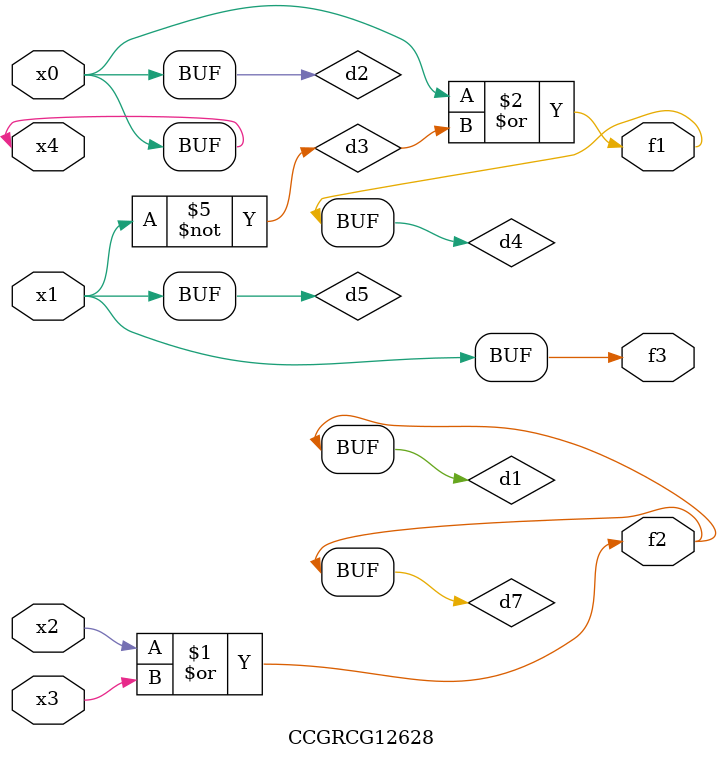
<source format=v>
module CCGRCG12628(
	input x0, x1, x2, x3, x4,
	output f1, f2, f3
);

	wire d1, d2, d3, d4, d5, d6, d7;

	or (d1, x2, x3);
	buf (d2, x0, x4);
	not (d3, x1);
	or (d4, d2, d3);
	not (d5, d3);
	nand (d6, d1, d3);
	or (d7, d1);
	assign f1 = d4;
	assign f2 = d7;
	assign f3 = d5;
endmodule

</source>
